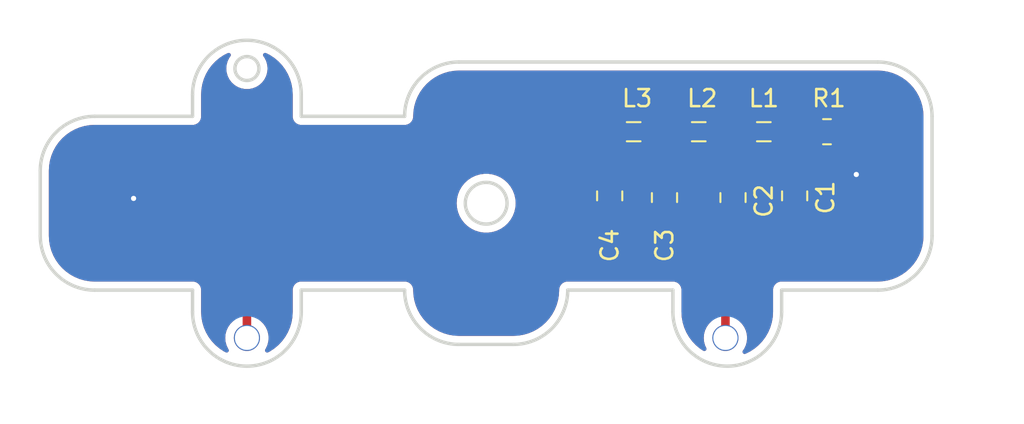
<source format=kicad_pcb>
(kicad_pcb (version 20240108) (generator "pcbnew") (generator_version "8.0")
  (layers (0 "F.Cu" signal) (31 "B.Cu" signal) (34 "B.Paste" user) (35 "F.Paste" user) (36 "B.SilkS" user "B.Silkscreen") (37 "F.SilkS" user "F.Silkscreen") (38 "B.Mask" user) (39 "F.Mask" user) (44 "Edge.Cuts" user))
  (net 0 "")
  (net 1 "Net-(C1-Pad1)")
  (net 2 "GND")
  (net 3 "Net-(C2-Pad1)")
  (net 4 "Net-(C3-Pad1)")
  (net 5 "Net-(Output1-Vsma)")
  (net 6 "Net-(Input1-Vsma)")
  (footprint "Resistor_SMD:R_0805_2012Metric" (layer "F.Cu") (at 166.0875 98.3 180)
    (property "Reference" "R1" (at -0.1125 1.95 0) (layer "F.SilkS"))
    (property "Value" "50R" (hide yes))
    (fp_line (start -0.227064 0.735) (end 0.227064 0.735) (stroke (width 0.12)) (layer "F.SilkS"))
    (fp_line (start -0.227064 -0.735) (end 0.227064 -0.735) (stroke (width 0.12)) (layer "F.SilkS"))
    (pad "1" smd roundrect (at -0.9125 0 180) (size 1.025 1.4) (layers "F.Cu" "F.Paste" "F.Mask") (roundrect_rratio 0.243902) (net 6 "Net-(Input1-Vsma)"))
    (pad "2" smd roundrect (at 0.9125 0 180) (size 1.025 1.4) (layers "F.Cu" "F.Paste" "F.Mask") (roundrect_rratio 0.243902) (net 1 "Net-(C1-Pad1)"))
  )
  (footprint "Inductor_SMD:L_0805_2012Metric" (layer "F.Cu") (at 158.6 98.3 180)
    (property "Reference" "L2" (at -0.2 1.95 0) (layer "F.SilkS"))
    (property "Value" "1.6u" (hide yes))
    (fp_line (start -0.399622 0.56) (end 0.399622 0.56) (stroke (width 0.12)) (layer "F.SilkS"))
    (fp_line (start -0.399622 -0.56) (end 0.399622 -0.56) (stroke (width 0.12)) (layer "F.SilkS"))
    (pad "1" smd roundrect (at -1.0625 0 180) (size 0.875 1.2) (layers "F.Cu" "F.Paste" "F.Mask") (net 3 "Net-(C2-Pad1)"))
    (pad "2" smd roundrect (at 1.0625 0 180) (size 0.875 1.2) (layers "F.Cu" "F.Paste" "F.Mask") (net 4 "Net-(C3-Pad1)"))
  )
  (footprint "Capacitor_SMD:C_0805_2012Metric" (layer "F.Cu") (at 160.6 102.15 -90)
    (property "Reference" "C2" (at 0.2 -1.8 90) (layer "F.SilkS"))
    (property "Value" "782p" (hide yes))
    (fp_line (start -0.261252 0.735) (end 0.261252 0.735) (stroke (width 0.12)) (layer "F.SilkS"))
    (fp_line (start -0.261252 -0.735) (end 0.261252 -0.735) (stroke (width 0.12)) (layer "F.SilkS"))
    (pad "1" smd roundrect (at -0.95 0 270) (size 1 1.45) (layers "F.Cu" "F.Paste" "F.Mask") (net 3 "Net-(C2-Pad1)"))
    (pad "2" smd roundrect (at 0.95 0 270) (size 1 1.45) (layers "F.Cu" "F.Paste" "F.Mask") (net 2 "GND"))
  )
  (footprint "Capacitor_SMD:C_0805_2012Metric" (layer "F.Cu") (at 164.2 102.05 -90)
    (property "Reference" "C1" (at 0.1 -1.8 90) (layer "F.SilkS"))
    (property "Value" "412p" (hide yes))
    (fp_line (start -0.261252 0.735) (end 0.261252 0.735) (stroke (width 0.12)) (layer "F.SilkS"))
    (fp_line (start -0.261252 -0.735) (end 0.261252 -0.735) (stroke (width 0.12)) (layer "F.SilkS"))
    (pad "1" smd roundrect (at -0.95 0 270) (size 1 1.45) (layers "F.Cu" "F.Paste" "F.Mask") (net 1 "Net-(C1-Pad1)"))
    (pad "2" smd roundrect (at 0.95 0 270) (size 1 1.45) (layers "F.Cu" "F.Paste" "F.Mask") (net 2 "GND"))
  )
  (footprint "1_My_custom_library:sma_bulhead_feethrough_through_hole" (layer "F.Cu") (at 160.1575 110.354)
    (property "Reference" "Input1" (hide yes))
    (property "Value" "~" (hide yes))
    (pad "1" thru_hole circle (at 0 0) (size 1.524 1.524) (drill 1.4) (layers "*.Cu" "*.Mask") (net 6 "Net-(Input1-Vsma)"))
  )
  (footprint "Capacitor_SMD:C_0805_2012Metric" (layer "F.Cu") (at 156.6 102.15 -90)
    (property "Reference" "C3" (at 2.8 0 90) (layer "F.SilkS"))
    (property "Value" "782p" (hide yes))
    (fp_line (start -0.261252 0.735) (end 0.261252 0.735) (stroke (width 0.12)) (layer "F.SilkS"))
    (fp_line (start -0.261252 -0.735) (end 0.261252 -0.735) (stroke (width 0.12)) (layer "F.SilkS"))
    (pad "1" smd roundrect (at -0.95 0 270) (size 1 1.45) (layers "F.Cu" "F.Paste" "F.Mask") (net 4 "Net-(C3-Pad1)"))
    (pad "2" smd roundrect (at 0.95 0 270) (size 1 1.45) (layers "F.Cu" "F.Paste" "F.Mask") (net 2 "GND"))
  )
  (footprint "Inductor_SMD:L_0805_2012Metric" (layer "F.Cu") (at 162.4 98.3 180)
    (property "Reference" "L1" (at 0 1.95 0) (layer "F.SilkS"))
    (property "Value" "1.43u" (hide yes))
    (fp_line (start -0.399622 0.56) (end 0.399622 0.56) (stroke (width 0.12)) (layer "F.SilkS"))
    (fp_line (start -0.399622 -0.56) (end 0.399622 -0.56) (stroke (width 0.12)) (layer "F.SilkS"))
    (pad "1" smd roundrect (at -1.0625 0 180) (size 0.875 1.2) (layers "F.Cu" "F.Paste" "F.Mask") (net 1 "Net-(C1-Pad1)"))
    (pad "2" smd roundrect (at 1.0625 0 180) (size 0.875 1.2) (layers "F.Cu" "F.Paste" "F.Mask") (net 3 "Net-(C2-Pad1)"))
  )
  (footprint "1_My_custom_library:sma_bulhead_feethrough_through_hole" (layer "F.Cu") (at 132.2175 110.354)
    (property "Reference" "Output1" (hide yes))
    (property "Value" "~" (hide yes))
    (pad "1" thru_hole circle (at 0 0) (size 1.524 1.524) (drill 1.4) (layers "*.Cu" "*.Mask") (net 5 "Net-(Output1-Vsma)"))
  )
  (footprint "Inductor_SMD:L_0805_2012Metric" (layer "F.Cu") (at 154.8 98.3 180)
    (property "Reference" "L3" (at -0.2 1.95 0) (layer "F.SilkS"))
    (property "Value" "1.42u" (hide yes))
    (fp_line (start -0.399622 0.56) (end 0.399622 0.56) (stroke (width 0.12)) (layer "F.SilkS"))
    (fp_line (start -0.399622 -0.56) (end 0.399622 -0.56) (stroke (width 0.12)) (layer "F.SilkS"))
    (pad "1" smd roundrect (at -1.0625 0 180) (size 0.875 1.2) (layers "F.Cu" "F.Paste" "F.Mask") (net 4 "Net-(C3-Pad1)"))
    (pad "2" smd roundrect (at 1.0625 0 180) (size 0.875 1.2) (layers "F.Cu" "F.Paste" "F.Mask") (net 5 "Net-(Output1-Vsma)"))
  )
  (footprint "Capacitor_SMD:C_0805_2012Metric" (layer "F.Cu") (at 153.4 102.05 -90)
    (property "Reference" "C4" (at 2.9 0 90) (layer "F.SilkS"))
    (property "Value" "412p" (hide yes))
    (fp_line (start -0.261252 0.735) (end 0.261252 0.735) (stroke (width 0.12)) (layer "F.SilkS"))
    (fp_line (start -0.261252 -0.735) (end 0.261252 -0.735) (stroke (width 0.12)) (layer "F.SilkS"))
    (pad "1" smd roundrect (at -0.95 0 270) (size 1 1.45) (layers "F.Cu" "F.Paste" "F.Mask") (net 5 "Net-(Output1-Vsma)"))
    (pad "2" smd roundrect (at 0.95 0 270) (size 1 1.45) (layers "F.Cu" "F.Paste" "F.Mask") (net 2 "GND"))
  )
  (gr_arc (start 163.43919 108.83) (mid 160.26419 112.005) (end 157.08919 108.83) (stroke (width 0.2)) (layer "Edge.Cuts"))
  (gr_line (start 157.08919 107.56) (end 157.08919 108.83) (stroke (width 0.2)) (layer "Edge.Cuts"))
  (gr_line (start 129.0425 97.4) (end 123.3275 97.4) (stroke (width 0.2)) (layer "Edge.Cuts"))
  (gr_line (start 120.1525 100.575) (end 120.1525 104.385) (stroke (width 0.2)) (layer "Edge.Cuts"))
  (gr_line (start 141.425001 97.4) (end 135.3925 97.4) (stroke (width 0.2)) (layer "Edge.Cuts"))
  (gr_line (start 135.3925 107.56) (end 141.425001 107.56) (stroke (width 0.2)) (layer "Edge.Cuts"))
  (gr_line (start 123.3275 107.56) (end 129.0425 107.56) (stroke (width 0.2)) (layer "Edge.Cuts"))
  (gr_arc (start 144.6 110.735) (mid 142.354936 109.805064) (end 141.425001 107.56) (stroke (width 0.2)) (layer "Edge.Cuts"))
  (gr_circle (center 132.2175 94.606) (end 132.2175 93.906) (stroke (width 0.2)) (fill none) (layer "Edge.Cuts"))
  (gr_line (start 144.6 110.735) (end 147.775001 110.735) (stroke (width 0.2)) (layer "Edge.Cuts"))
  (gr_line (start 163.43919 107.56) (end 169.0475 107.56) (stroke (width 0.2)) (layer "Edge.Cuts"))
  (gr_line (start 135.3925 108.83) (end 135.3925 107.56) (stroke (width 0.2)) (layer "Edge.Cuts"))
  (gr_line (start 135.3925 97.4) (end 135.3925 96.13) (stroke (width 0.2)) (layer "Edge.Cuts"))
  (gr_arc (start 169.0475 94.225) (mid 171.292564 95.154936) (end 172.2225 97.4) (stroke (width 0.2)) (layer "Edge.Cuts"))
  (gr_line (start 144.6 94.225001) (end 144.6 94.225) (stroke (width 0.2)) (layer "Edge.Cuts"))
  (gr_line (start 169.0475 94.225) (end 144.6 94.225) (stroke (width 0.2)) (layer "Edge.Cuts"))
  (gr_circle (center 146.1875 102.48) (end 146.1875 101.2608) (stroke (width 0.2)) (fill none) (layer "Edge.Cuts"))
  (gr_arc (start 135.3925 108.83) (mid 132.2175 112.005) (end 129.0425 108.83) (stroke (width 0.2)) (layer "Edge.Cuts"))
  (gr_arc (start 123.3275 107.56) (mid 121.082436 106.630064) (end 120.1525 104.385) (stroke (width 0.2)) (layer "Edge.Cuts"))
  (gr_arc (start 129.0425 96.13) (mid 132.2175 92.955) (end 135.3925 96.13) (stroke (width 0.2)) (layer "Edge.Cuts"))
  (gr_line (start 150.949999 107.56) (end 157.08919 107.56) (stroke (width 0.2)) (layer "Edge.Cuts"))
  (gr_arc (start 150.949999 107.56) (mid 150.020064 109.805064) (end 147.775001 110.735) (stroke (width 0.2)) (layer "Edge.Cuts"))
  (gr_line (start 129.0425 107.56) (end 129.0425 108.83) (stroke (width 0.2)) (layer "Edge.Cuts"))
  (gr_arc (start 141.425001 97.4) (mid 142.354937 95.154937) (end 144.6 94.225001) (stroke (width 0.2)) (layer "Edge.Cuts"))
  (gr_arc (start 120.1525 100.575) (mid 121.082436 98.329936) (end 123.3275 97.4) (stroke (width 0.2)) (layer "Edge.Cuts"))
  (gr_arc (start 172.2225 104.385) (mid 171.292564 106.630064) (end 169.0475 107.56) (stroke (width 0.2)) (layer "Edge.Cuts"))
  (gr_line (start 163.43919 108.83) (end 163.43919 107.56) (stroke (width 0.2)) (layer "Edge.Cuts"))
  (gr_line (start 129.0425 96.13) (end 129.0425 97.4) (stroke (width 0.2)) (layer "Edge.Cuts"))
  (gr_line (start 172.2225 104.385) (end 172.2225 97.4) (stroke (width 0.2)) (layer "Edge.Cuts"))
  (segment (start 164.2 98.3) (end 164.2 101.1) (width 0.5) (layer "F.Cu") (net 1))
  (segment (start 164.2 98.3) (end 163.4625 98.3) (width 0.5) (layer "F.Cu") (net 1))
  (segment (start 165.175 98.3) (end 164.2 98.3) (width 0.5) (layer "F.Cu") (net 1))
  (via (at 167.8 100.8) (size 0.6) (drill 0.3) (layers "F.Cu" "B.Cu") (net 2))
  (via (at 125.6 102.2) (size 0.6) (drill 0.3) (layers "F.Cu" "B.Cu") (net 2))
  (segment (start 160.4 98.3) (end 159.6625 98.3) (width 0.5) (layer "F.Cu") (net 3))
  (segment (start 161.3375 98.3) (end 160.4 98.3) (width 0.5) (layer "F.Cu") (net 3))
  (segment (start 160.6 98.5) (end 160.6 101.2) (width 0.5) (layer "F.Cu") (net 3))
  (segment (start 156.6 98.3) (end 155.8625 98.3) (width 0.5) (layer "F.Cu") (net 4))
  (segment (start 156.6 98.3) (end 156.6 101.2) (width 0.5) (layer "F.Cu") (net 4))
  (segment (start 157.5375 98.3) (end 156.6 98.3) (width 0.5) (layer "F.Cu") (net 4))
  (segment (start 153.4 101.1) (end 153.4 98.6375) (width 0.5) (layer "F.Cu") (net 5))
  (segment (start 153.7375 98.3) (end 150.1 98.3) (width 0.5) (layer "F.Cu") (net 5))
  (segment (start 149.2 97.3) (end 144.1 97.3) (width 0.5) (layer "F.Cu") (net 5))
  (segment (start 135.8 100.4) (end 132.2 104) (width 0.5) (layer "F.Cu") (net 5))
  (segment (start 149.2 97.4) (end 149.2 97.3) (width 0.5) (layer "F.Cu") (net 5))
  (segment (start 132.2 104) (end 132.2175 104.0175) (width 0.2) (layer "F.Cu") (net 5))
  (segment (start 150.1 98.3) (end 149.2 97.4) (width 0.5) (layer "F.Cu") (net 5))
  (segment (start 141 100.4) (end 135.8 100.4) (width 0.5) (layer "F.Cu") (net 5))
  (segment (start 144.1 97.3) (end 141 100.4) (width 0.5) (layer "F.Cu") (net 5))
  (segment (start 132.2175 104.0175) (end 132.2175 110.354) (width 0.5) (layer "F.Cu") (net 5))
  (segment (start 160.2 107.2) (end 160.2 106.4) (width 0.5) (layer "F.Cu") (net 6))
  (segment (start 160.1575 107.2425) (end 160.2 107.2) (width 0.5) (layer "F.Cu") (net 6))
  (segment (start 160.1575 110.354) (end 160.1575 107.2425) (width 0.5) (layer "F.Cu") (net 6))
  (segment (start 160.2 106.4) (end 161.4 105.2) (width 0.5) (layer "F.Cu") (net 6))
  (segment (start 168.7 98.3) (end 167 98.3) (width 0.5) (layer "F.Cu") (net 6))
  (segment (start 169.8 103) (end 169.8 99.4) (width 0.5) (layer "F.Cu") (net 6))
  (segment (start 169.8 99.4) (end 168.7 98.3) (width 0.5) (layer "F.Cu") (net 6))
  (segment (start 161.4 105.2) (end 167.6 105.2) (width 0.5) (layer "F.Cu") (net 6))
  (segment (start 167.6 105.2) (end 169.8 103) (width 0.5) (layer "F.Cu") (net 6))
  (zone (net 2) (net_name "GND") (layer "F.Cu") (priority 1) (connect_pads (clearance 0.5)) (min_thickness 0.25) (fill yes (thermal_gap 0.5) (thermal_bridge_width 0.5))
    (polygon (pts (xy 117.8 90.6) (xy 117.8 115.2) (xy 177.6 115.4) (xy 177.6 91)))
  )
  (zone (net 2) (net_name "GND") (layer "B.Cu") (connect_pads (clearance 0.5)) (min_thickness 0.25) (fill yes (thermal_gap 0.5) (thermal_bridge_width 0.5))
    (polygon (pts (xy 119 91.8) (xy 119 113.8) (xy 176.2 113.8) (xy 176.2 92.2)))
  )
)
</source>
